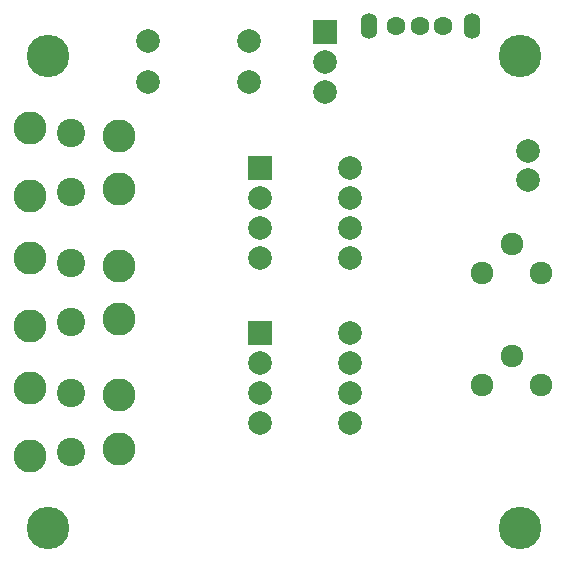
<source format=gbs>
G04 #@! TF.FileFunction,Soldermask,Bot*
%FSLAX46Y46*%
G04 Gerber Fmt 4.6, Leading zero omitted, Abs format (unit mm)*
G04 Created by KiCad (PCBNEW 4.0.1-stable) date 2018/08/01 23:42:05*
%MOMM*%
G01*
G04 APERTURE LIST*
%ADD10C,0.100000*%
%ADD11R,2.000000X2.000000*%
%ADD12C,2.000000*%
%ADD13C,2.800000*%
%ADD14C,2.400000*%
%ADD15C,3.600000*%
%ADD16C,1.924000*%
%ADD17C,1.600000*%
%ADD18O,1.400000X2.200000*%
G04 APERTURE END LIST*
D10*
D11*
X23000000Y-28500000D03*
D12*
X23000000Y-31040000D03*
X23000000Y-33580000D03*
X23000000Y-36120000D03*
X30620000Y-36120000D03*
X30620000Y-33580000D03*
X30620000Y-31040000D03*
X30620000Y-28500000D03*
D13*
X3500000Y-11100000D03*
X3500000Y-16900000D03*
D14*
X7000000Y-11500000D03*
X7000000Y-16500000D03*
D13*
X11000000Y-11750000D03*
X11000000Y-16250000D03*
X3500000Y-33100000D03*
X3500000Y-38900000D03*
D14*
X7000000Y-33500000D03*
X7000000Y-38500000D03*
D13*
X11000000Y-33750000D03*
X11000000Y-38250000D03*
D11*
X28500000Y-3000000D03*
D12*
X28500000Y-5540000D03*
X28500000Y-8080000D03*
D11*
X23000000Y-14500000D03*
D12*
X23000000Y-17040000D03*
X23000000Y-19580000D03*
X23000000Y-22120000D03*
X30620000Y-22120000D03*
X30620000Y-19580000D03*
X30620000Y-17040000D03*
X30620000Y-14500000D03*
X13500000Y-7250000D03*
X13500000Y-3750000D03*
X22000000Y-3750000D03*
X22000000Y-7250000D03*
D13*
X3500000Y-22100000D03*
X3500000Y-27900000D03*
D14*
X7000000Y-22500000D03*
X7000000Y-27500000D03*
D13*
X11000000Y-22750000D03*
X11000000Y-27250000D03*
D15*
X45000000Y-5000000D03*
X5000000Y-5000000D03*
X5000000Y-45000000D03*
X45000000Y-45000000D03*
D12*
X45650000Y-15550000D03*
X45650000Y-13050000D03*
D16*
X44300000Y-20900000D03*
X41800000Y-23400000D03*
X46800000Y-23400000D03*
X44300000Y-30400000D03*
X41800000Y-32900000D03*
X46800000Y-32900000D03*
D17*
X38500000Y-2500000D03*
X34500000Y-2500000D03*
D18*
X32200000Y-2500000D03*
X40900000Y-2500000D03*
D17*
X36500000Y-2500000D03*
M02*

</source>
